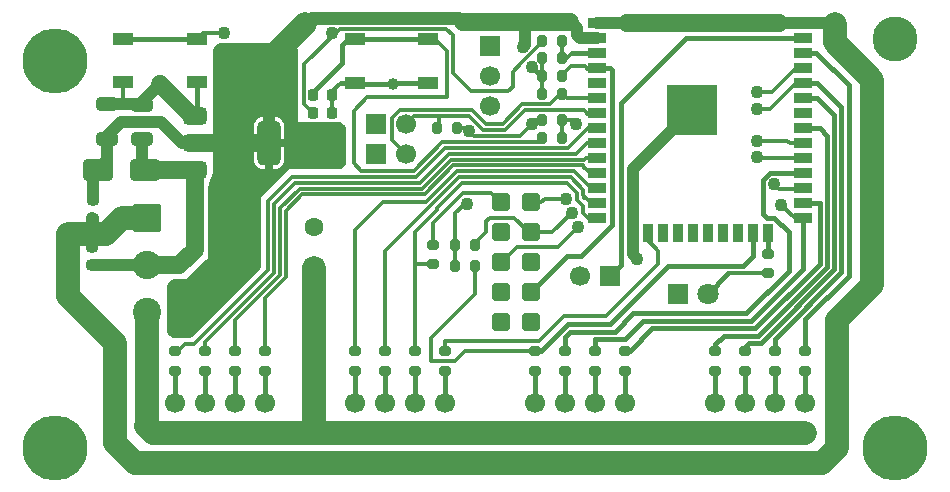
<source format=gtl>
G04 #@! TF.GenerationSoftware,KiCad,Pcbnew,9.0.6*
G04 #@! TF.CreationDate,2026-01-30T17:04:59+01:00*
G04 #@! TF.ProjectId,ESP32_PWM_PCB,45535033-325f-4505-974d-5f5043422e6b,1.0*
G04 #@! TF.SameCoordinates,Original*
G04 #@! TF.FileFunction,Copper,L1,Top*
G04 #@! TF.FilePolarity,Positive*
%FSLAX46Y46*%
G04 Gerber Fmt 4.6, Leading zero omitted, Abs format (unit mm)*
G04 Created by KiCad (PCBNEW 9.0.6) date 2026-01-30 17:04:59*
%MOMM*%
%LPD*%
G01*
G04 APERTURE LIST*
G04 Aperture macros list*
%AMRoundRect*
0 Rectangle with rounded corners*
0 $1 Rounding radius*
0 $2 $3 $4 $5 $6 $7 $8 $9 X,Y pos of 4 corners*
0 Add a 4 corners polygon primitive as box body*
4,1,4,$2,$3,$4,$5,$6,$7,$8,$9,$2,$3,0*
0 Add four circle primitives for the rounded corners*
1,1,$1+$1,$2,$3*
1,1,$1+$1,$4,$5*
1,1,$1+$1,$6,$7*
1,1,$1+$1,$8,$9*
0 Add four rect primitives between the rounded corners*
20,1,$1+$1,$2,$3,$4,$5,0*
20,1,$1+$1,$4,$5,$6,$7,0*
20,1,$1+$1,$6,$7,$8,$9,0*
20,1,$1+$1,$8,$9,$2,$3,0*%
G04 Aperture macros list end*
G04 #@! TA.AperFunction,ComponentPad*
%ADD10R,1.800000X1.800000*%
G04 #@! TD*
G04 #@! TA.AperFunction,ComponentPad*
%ADD11C,1.800000*%
G04 #@! TD*
G04 #@! TA.AperFunction,SMDPad,CuDef*
%ADD12RoundRect,0.200000X0.275000X-0.200000X0.275000X0.200000X-0.275000X0.200000X-0.275000X-0.200000X0*%
G04 #@! TD*
G04 #@! TA.AperFunction,ComponentPad*
%ADD13R,1.700000X1.700000*%
G04 #@! TD*
G04 #@! TA.AperFunction,ComponentPad*
%ADD14C,1.700000*%
G04 #@! TD*
G04 #@! TA.AperFunction,SMDPad,CuDef*
%ADD15RoundRect,0.250000X0.650000X-0.325000X0.650000X0.325000X-0.650000X0.325000X-0.650000X-0.325000X0*%
G04 #@! TD*
G04 #@! TA.AperFunction,ComponentPad*
%ADD16C,2.600000*%
G04 #@! TD*
G04 #@! TA.AperFunction,ConnectorPad*
%ADD17C,3.800000*%
G04 #@! TD*
G04 #@! TA.AperFunction,SMDPad,CuDef*
%ADD18RoundRect,0.200000X-0.275000X0.200000X-0.275000X-0.200000X0.275000X-0.200000X0.275000X0.200000X0*%
G04 #@! TD*
G04 #@! TA.AperFunction,SMDPad,CuDef*
%ADD19RoundRect,0.225000X-0.225000X-0.250000X0.225000X-0.250000X0.225000X0.250000X-0.225000X0.250000X0*%
G04 #@! TD*
G04 #@! TA.AperFunction,SMDPad,CuDef*
%ADD20RoundRect,0.250000X1.000000X0.650000X-1.000000X0.650000X-1.000000X-0.650000X1.000000X-0.650000X0*%
G04 #@! TD*
G04 #@! TA.AperFunction,SMDPad,CuDef*
%ADD21RoundRect,0.200000X0.200000X0.275000X-0.200000X0.275000X-0.200000X-0.275000X0.200000X-0.275000X0*%
G04 #@! TD*
G04 #@! TA.AperFunction,SMDPad,CuDef*
%ADD22RoundRect,0.375000X-0.625000X-0.375000X0.625000X-0.375000X0.625000X0.375000X-0.625000X0.375000X0*%
G04 #@! TD*
G04 #@! TA.AperFunction,SMDPad,CuDef*
%ADD23RoundRect,0.500000X-0.500000X-1.400000X0.500000X-1.400000X0.500000X1.400000X-0.500000X1.400000X0*%
G04 #@! TD*
G04 #@! TA.AperFunction,SMDPad,CuDef*
%ADD24RoundRect,0.200000X-0.200000X-0.275000X0.200000X-0.275000X0.200000X0.275000X-0.200000X0.275000X0*%
G04 #@! TD*
G04 #@! TA.AperFunction,ComponentPad*
%ADD25RoundRect,0.236220X-0.513780X-0.513780X0.513780X-0.513780X0.513780X0.513780X-0.513780X0.513780X0*%
G04 #@! TD*
G04 #@! TA.AperFunction,SMDPad,CuDef*
%ADD26RoundRect,0.225000X0.250000X-0.225000X0.250000X0.225000X-0.250000X0.225000X-0.250000X-0.225000X0*%
G04 #@! TD*
G04 #@! TA.AperFunction,SMDPad,CuDef*
%ADD27R,1.800000X1.100000*%
G04 #@! TD*
G04 #@! TA.AperFunction,ComponentPad*
%ADD28RoundRect,0.250001X-0.949999X0.949999X-0.949999X-0.949999X0.949999X-0.949999X0.949999X0.949999X0*%
G04 #@! TD*
G04 #@! TA.AperFunction,ComponentPad*
%ADD29C,2.400000*%
G04 #@! TD*
G04 #@! TA.AperFunction,ComponentPad*
%ADD30RoundRect,0.250000X0.550000X-0.550000X0.550000X0.550000X-0.550000X0.550000X-0.550000X-0.550000X0*%
G04 #@! TD*
G04 #@! TA.AperFunction,ComponentPad*
%ADD31C,1.600000*%
G04 #@! TD*
G04 #@! TA.AperFunction,ComponentPad*
%ADD32C,3.600000*%
G04 #@! TD*
G04 #@! TA.AperFunction,ConnectorPad*
%ADD33C,5.500000*%
G04 #@! TD*
G04 #@! TA.AperFunction,SMDPad,CuDef*
%ADD34R,1.500000X0.900000*%
G04 #@! TD*
G04 #@! TA.AperFunction,SMDPad,CuDef*
%ADD35R,0.900000X1.500000*%
G04 #@! TD*
G04 #@! TA.AperFunction,SMDPad,CuDef*
%ADD36R,1.050000X1.050000*%
G04 #@! TD*
G04 #@! TA.AperFunction,HeatsinkPad*
%ADD37C,0.600000*%
G04 #@! TD*
G04 #@! TA.AperFunction,HeatsinkPad*
%ADD38R,4.200000X4.200000*%
G04 #@! TD*
G04 #@! TA.AperFunction,SMDPad,CuDef*
%ADD39RoundRect,0.225000X-0.250000X0.225000X-0.250000X-0.225000X0.250000X-0.225000X0.250000X0.225000X0*%
G04 #@! TD*
G04 #@! TA.AperFunction,ViaPad*
%ADD40C,1.000000*%
G04 #@! TD*
G04 #@! TA.AperFunction,ViaPad*
%ADD41C,1.100000*%
G04 #@! TD*
G04 #@! TA.AperFunction,Conductor*
%ADD42C,0.300000*%
G04 #@! TD*
G04 #@! TA.AperFunction,Conductor*
%ADD43C,1.000000*%
G04 #@! TD*
G04 #@! TA.AperFunction,Conductor*
%ADD44C,2.000000*%
G04 #@! TD*
G04 #@! TA.AperFunction,Conductor*
%ADD45C,0.400000*%
G04 #@! TD*
G04 #@! TA.AperFunction,Conductor*
%ADD46C,1.500000*%
G04 #@! TD*
G04 #@! TA.AperFunction,Conductor*
%ADD47C,1.100000*%
G04 #@! TD*
G04 APERTURE END LIST*
D10*
G04 #@! TO.P,D1,1,K*
G04 #@! TO.N,GND*
X164820600Y-109626400D03*
D11*
G04 #@! TO.P,D1,2,A*
G04 #@! TO.N,Net-(D1-A)*
X167360600Y-109626400D03*
G04 #@! TD*
D12*
G04 #@! TO.P,R3,1*
G04 #@! TO.N,Net-(D1-A)*
X172440600Y-107886000D03*
G04 #@! TO.P,R3,2*
G04 #@! TO.N,Net-(U1-IO2)*
X172440600Y-106236000D03*
G04 #@! TD*
D13*
G04 #@! TO.P,J2,1,Pin_1*
G04 #@! TO.N,+5C*
X122275600Y-121412000D03*
D14*
G04 #@! TO.P,J2,2,Pin_2*
G04 #@! TO.N,Net-(J2-Pin_2)*
X122275600Y-118872000D03*
G04 #@! TO.P,J2,3,Pin_3*
G04 #@! TO.N,+5C*
X124815600Y-121412000D03*
G04 #@! TO.P,J2,4,Pin_4*
G04 #@! TO.N,Net-(J2-Pin_4)*
X124815600Y-118872000D03*
G04 #@! TO.P,J2,5,Pin_5*
G04 #@! TO.N,+5C*
X127355600Y-121412000D03*
G04 #@! TO.P,J2,6,Pin_6*
G04 #@! TO.N,Net-(J2-Pin_6)*
X127355600Y-118872000D03*
G04 #@! TO.P,J2,7,Pin_7*
G04 #@! TO.N,+5C*
X129895600Y-121412000D03*
G04 #@! TO.P,J2,8,Pin_8*
G04 #@! TO.N,Net-(J2-Pin_8)*
X129895600Y-118872000D03*
G04 #@! TD*
D15*
G04 #@! TO.P,C4,1*
G04 #@! TO.N,+5V*
X119481600Y-96572600D03*
G04 #@! TO.P,C4,2*
G04 #@! TO.N,GND*
X119481600Y-93622600D03*
G04 #@! TD*
D16*
G04 #@! TO.P,REF\u002A\u002A,1*
G04 #@! TO.N,N/C*
X183210200Y-88036400D03*
D17*
X183210200Y-88036400D03*
G04 #@! TD*
D18*
G04 #@! TO.P,R5,1*
G04 #@! TO.N,Net-(U1-IO32)*
X122275600Y-114489000D03*
G04 #@! TO.P,R5,2*
G04 #@! TO.N,Net-(J2-Pin_2)*
X122275600Y-116139000D03*
G04 #@! TD*
G04 #@! TO.P,R17,1*
G04 #@! TO.N,Net-(U1-IO19)*
X167995600Y-114489000D03*
G04 #@! TO.P,R17,2*
G04 #@! TO.N,Net-(J5-Pin_2)*
X167995600Y-116139000D03*
G04 #@! TD*
D19*
G04 #@! TO.P,C3,1*
G04 #@! TO.N,Net-(C3-Pad1)*
X133972000Y-92837000D03*
G04 #@! TO.P,C3,2*
G04 #@! TO.N,GND*
X135522000Y-92837000D03*
G04 #@! TD*
D20*
G04 #@! TO.P,D2,1,K*
G04 #@! TO.N,+5V*
X119754400Y-99200000D03*
G04 #@! TO.P,D2,2,A*
G04 #@! TO.N,+3.3V*
X115754400Y-99200000D03*
G04 #@! TD*
D21*
G04 #@! TO.P,R1,1*
G04 #@! TO.N,+3.3V*
X146125000Y-95600000D03*
G04 #@! TO.P,R1,2*
G04 #@! TO.N,Net-(JP2-B)*
X144475000Y-95600000D03*
G04 #@! TD*
D13*
G04 #@! TO.P,J9,1,Pin_1*
G04 #@! TO.N,GND*
X167995600Y-123952000D03*
D14*
G04 #@! TO.P,J9,2,Pin_2*
X170535600Y-123952000D03*
G04 #@! TO.P,J9,3,Pin_3*
X173075600Y-123952000D03*
G04 #@! TO.P,J9,4,Pin_4*
X175615600Y-123952000D03*
G04 #@! TD*
D13*
G04 #@! TO.P,J6,1,Pin_1*
G04 #@! TO.N,GND*
X122275600Y-123952000D03*
D14*
G04 #@! TO.P,J6,2,Pin_2*
X124815600Y-123952000D03*
G04 #@! TO.P,J6,3,Pin_3*
X127355600Y-123952000D03*
G04 #@! TO.P,J6,4,Pin_4*
X129895600Y-123952000D03*
G04 #@! TD*
D22*
G04 #@! TO.P,U2,1,GND*
G04 #@! TO.N,GND*
X123925800Y-94575600D03*
G04 #@! TO.P,U2,2,VO*
G04 #@! TO.N,+3.3V*
X123925800Y-96875600D03*
D23*
X130225800Y-96875600D03*
D22*
G04 #@! TO.P,U2,3,VI*
G04 #@! TO.N,+5V*
X123925800Y-99175600D03*
G04 #@! TD*
D13*
G04 #@! TO.P,J8,1,Pin_1*
G04 #@! TO.N,GND*
X152755600Y-123952000D03*
D14*
G04 #@! TO.P,J8,2,Pin_2*
X155295600Y-123952000D03*
G04 #@! TO.P,J8,3,Pin_3*
X157835600Y-123952000D03*
G04 #@! TO.P,J8,4,Pin_4*
X160375600Y-123952000D03*
G04 #@! TD*
D19*
G04 #@! TO.P,C2,1*
G04 #@! TO.N,Net-(C2-Pad1)*
X133972000Y-94335600D03*
G04 #@! TO.P,C2,2*
G04 #@! TO.N,GND*
X135522000Y-94335600D03*
G04 #@! TD*
D13*
G04 #@! TO.P,JP3,1,A*
G04 #@! TO.N,GND*
X139293600Y-97815400D03*
D14*
G04 #@! TO.P,JP3,2,B*
G04 #@! TO.N,Net-(JP3-B)*
X141833600Y-97815400D03*
G04 #@! TD*
D24*
G04 #@! TO.P,R26,1*
G04 #@! TO.N,+3.3V*
X146000000Y-107300000D03*
G04 #@! TO.P,R26,2*
G04 #@! TO.N,Net-(U1-IO15)*
X147650000Y-107300000D03*
G04 #@! TD*
D18*
G04 #@! TO.P,R18,1*
G04 #@! TO.N,Net-(U1-IO21)*
X170535600Y-114489000D03*
G04 #@! TO.P,R18,2*
G04 #@! TO.N,Net-(J5-Pin_4)*
X170535600Y-116139000D03*
G04 #@! TD*
G04 #@! TO.P,R14,1*
G04 #@! TO.N,Net-(U1-IO17)*
X155295600Y-114489000D03*
G04 #@! TO.P,R14,2*
G04 #@! TO.N,Net-(J4-Pin_4)*
X155295600Y-116139000D03*
G04 #@! TD*
D25*
G04 #@! TO.P,J1,1,GND*
G04 #@! TO.N,GND*
X149825902Y-101886400D03*
G04 #@! TO.P,J1,2,SCLK*
G04 #@! TO.N,Net-(J1-SCLK)*
X152365902Y-101886400D03*
G04 #@! TO.P,J1,3,INT*
G04 #@! TO.N,unconnected-(J1-INT-Pad3)*
X149825902Y-104426400D03*
G04 #@! TO.P,J1,4,SCS*
G04 #@! TO.N,Net-(J1-SCS)*
X152365902Y-104426400D03*
G04 #@! TO.P,J1,5,RST*
G04 #@! TO.N,Net-(J1-RST)*
X149825902Y-106966400D03*
G04 #@! TO.P,J1,6,MOSI*
G04 #@! TO.N,Net-(J1-MOSI)*
X152365902Y-106966400D03*
G04 #@! TO.P,J1,7,GND*
G04 #@! TO.N,GND*
X149825902Y-109506400D03*
G04 #@! TO.P,J1,8,MISO*
G04 #@! TO.N,Net-(J1-MISO)*
X152365902Y-109506400D03*
G04 #@! TO.P,J1,9,5V*
G04 #@! TO.N,+5V*
X149825902Y-112046400D03*
G04 #@! TO.P,J1,10,3.3V*
G04 #@! TO.N,unconnected-(J1-3.3V-Pad10)*
X152365902Y-112046400D03*
G04 #@! TD*
D26*
G04 #@! TO.P,C7,1*
G04 #@! TO.N,+5V*
X115214400Y-107201000D03*
G04 #@! TO.P,C7,2*
G04 #@! TO.N,GND*
X115214400Y-105651000D03*
G04 #@! TD*
D27*
G04 #@! TO.P,SW2,1,1*
G04 #@! TO.N,Net-(C3-Pad1)*
X137515600Y-88091400D03*
X143715600Y-88091400D03*
G04 #@! TO.P,SW2,2,2*
G04 #@! TO.N,GND*
X137515600Y-91791400D03*
X143715600Y-91791400D03*
G04 #@! TD*
D18*
G04 #@! TO.P,R13,1*
G04 #@! TO.N,Net-(U1-IO15)*
X152755600Y-114489000D03*
G04 #@! TO.P,R13,2*
G04 #@! TO.N,Net-(J4-Pin_2)*
X152755600Y-116139000D03*
G04 #@! TD*
G04 #@! TO.P,R8,1*
G04 #@! TO.N,Net-(U1-IO26)*
X129895600Y-114489000D03*
G04 #@! TO.P,R8,2*
G04 #@! TO.N,Net-(J2-Pin_8)*
X129895600Y-116139000D03*
G04 #@! TD*
G04 #@! TO.P,R19,1*
G04 #@! TO.N,Net-(J10-Pin_2)*
X173075600Y-114493000D03*
G04 #@! TO.P,R19,2*
G04 #@! TO.N,Net-(J5-Pin_6)*
X173075600Y-116143000D03*
G04 #@! TD*
D15*
G04 #@! TO.P,C5,1*
G04 #@! TO.N,+3.3V*
X116484400Y-96547200D03*
G04 #@! TO.P,C5,2*
G04 #@! TO.N,GND*
X116484400Y-93597200D03*
G04 #@! TD*
D24*
G04 #@! TO.P,R2,1*
G04 #@! TO.N,+3.3V*
X153353000Y-92700000D03*
G04 #@! TO.P,R2,2*
G04 #@! TO.N,Net-(JP3-B)*
X155003000Y-92700000D03*
G04 #@! TD*
D13*
G04 #@! TO.P,J10,1,Pin_1*
G04 #@! TO.N,Net-(J10-Pin_1)*
X148945600Y-88671400D03*
D14*
G04 #@! TO.P,J10,2,Pin_2*
G04 #@! TO.N,Net-(J10-Pin_2)*
X148945600Y-91211400D03*
G04 #@! TO.P,J10,3,Pin_3*
G04 #@! TO.N,GND*
X148945600Y-93751400D03*
G04 #@! TD*
D13*
G04 #@! TO.P,J3,1,Pin_1*
G04 #@! TO.N,+5C*
X137515600Y-121412000D03*
D14*
G04 #@! TO.P,J3,2,Pin_2*
G04 #@! TO.N,Net-(J3-Pin_2)*
X137515600Y-118872000D03*
G04 #@! TO.P,J3,3,Pin_3*
G04 #@! TO.N,+5C*
X140055600Y-121412000D03*
G04 #@! TO.P,J3,4,Pin_4*
G04 #@! TO.N,Net-(J3-Pin_4)*
X140055600Y-118872000D03*
G04 #@! TO.P,J3,5,Pin_5*
G04 #@! TO.N,+5C*
X142595600Y-121412000D03*
G04 #@! TO.P,J3,6,Pin_6*
G04 #@! TO.N,Net-(J3-Pin_6)*
X142595600Y-118872000D03*
G04 #@! TO.P,J3,7,Pin_7*
G04 #@! TO.N,+5C*
X145135600Y-121412000D03*
G04 #@! TO.P,J3,8,Pin_8*
G04 #@! TO.N,Net-(J3-Pin_8)*
X145135600Y-118872000D03*
G04 #@! TD*
D18*
G04 #@! TO.P,R12,1*
G04 #@! TO.N,Net-(U1-IO13)*
X145135600Y-114489000D03*
G04 #@! TO.P,R12,2*
G04 #@! TO.N,Net-(J3-Pin_8)*
X145135600Y-116139000D03*
G04 #@! TD*
G04 #@! TO.P,R16,1*
G04 #@! TO.N,Net-(U1-IO4)*
X160375600Y-114493000D03*
G04 #@! TO.P,R16,2*
G04 #@! TO.N,Net-(J4-Pin_8)*
X160375600Y-116143000D03*
G04 #@! TD*
D28*
G04 #@! TO.P,J11,1,Pin_1*
G04 #@! TO.N,GND*
X119862600Y-103253400D03*
D29*
G04 #@! TO.P,J11,2,Pin_2*
G04 #@! TO.N,+5V*
X119862600Y-107213400D03*
G04 #@! TO.P,J11,3,Pin_3*
G04 #@! TO.N,+5C*
X119862600Y-111173400D03*
G04 #@! TD*
D21*
G04 #@! TO.P,R21,1*
G04 #@! TO.N,Net-(U1-EN)*
X155025000Y-88200000D03*
G04 #@! TO.P,R21,2*
G04 #@! TO.N,Net-(C2-Pad1)*
X153375000Y-88200000D03*
G04 #@! TD*
D30*
G04 #@! TO.P,C1,1*
G04 #@! TO.N,+5C*
X134010400Y-107467400D03*
D31*
G04 #@! TO.P,C1,2*
G04 #@! TO.N,GND*
X134010400Y-103967400D03*
G04 #@! TD*
D21*
G04 #@! TO.P,R27,1*
G04 #@! TO.N,Net-(J1-SCS)*
X147650000Y-105500000D03*
G04 #@! TO.P,R27,2*
G04 #@! TO.N,+3.3V*
X146000000Y-105500000D03*
G04 #@! TD*
D32*
G04 #@! TO.P,REF\u002A\u002A,1*
G04 #@! TO.N,N/C*
X112115600Y-89941400D03*
D33*
X112115600Y-89941400D03*
G04 #@! TD*
D27*
G04 #@! TO.P,SW1,1,1*
G04 #@! TO.N,GND*
X124100000Y-91750000D03*
X117900000Y-91750000D03*
G04 #@! TO.P,SW1,2,2*
G04 #@! TO.N,Net-(C2-Pad1)*
X124100000Y-88050000D03*
X117900000Y-88050000D03*
G04 #@! TD*
D32*
G04 #@! TO.P,REF\u002A\u002A,1*
G04 #@! TO.N,N/C*
X112115600Y-122682000D03*
D33*
X112115600Y-122682000D03*
G04 #@! TD*
D13*
G04 #@! TO.P,J7,1,Pin_1*
G04 #@! TO.N,GND*
X137515600Y-123952000D03*
D14*
G04 #@! TO.P,J7,2,Pin_2*
X140055600Y-123952000D03*
G04 #@! TO.P,J7,3,Pin_3*
X142595600Y-123952000D03*
G04 #@! TO.P,J7,4,Pin_4*
X145135600Y-123952000D03*
G04 #@! TD*
D18*
G04 #@! TO.P,R9,1*
G04 #@! TO.N,Net-(U1-IO27)*
X137515600Y-114489000D03*
G04 #@! TO.P,R9,2*
G04 #@! TO.N,Net-(J3-Pin_2)*
X137515600Y-116139000D03*
G04 #@! TD*
G04 #@! TO.P,R15,1*
G04 #@! TO.N,Net-(U1-IO0)*
X157835600Y-114493000D03*
G04 #@! TO.P,R15,2*
G04 #@! TO.N,Net-(J4-Pin_6)*
X157835600Y-116143000D03*
G04 #@! TD*
D24*
G04 #@! TO.P,R4,1*
G04 #@! TO.N,+3.3V*
X153353000Y-91200000D03*
G04 #@! TO.P,R4,2*
G04 #@! TO.N,Net-(J1-MISO)*
X155003000Y-91200000D03*
G04 #@! TD*
D32*
G04 #@! TO.P,REF\u002A\u002A,1*
G04 #@! TO.N,N/C*
X183235600Y-122682000D03*
D33*
X183235600Y-122682000D03*
G04 #@! TD*
D24*
G04 #@! TO.P,R22,1*
G04 #@! TO.N,+3.3V*
X153375000Y-89700000D03*
G04 #@! TO.P,R22,2*
G04 #@! TO.N,Net-(U1-EN)*
X155025000Y-89700000D03*
G04 #@! TD*
D12*
G04 #@! TO.P,R25,1*
G04 #@! TO.N,Net-(U1-IO12)*
X144100000Y-107150000D03*
G04 #@! TO.P,R25,2*
G04 #@! TO.N,GND*
X144100000Y-105500000D03*
G04 #@! TD*
D18*
G04 #@! TO.P,R20,1*
G04 #@! TO.N,Net-(U1-IO22)*
X175615600Y-114489000D03*
G04 #@! TO.P,R20,2*
G04 #@! TO.N,Net-(J5-Pin_8)*
X175615600Y-116139000D03*
G04 #@! TD*
D21*
G04 #@! TO.P,R24,1*
G04 #@! TO.N,Net-(U1-IO0)*
X154990800Y-96443800D03*
G04 #@! TO.P,R24,2*
G04 #@! TO.N,Net-(C3-Pad1)*
X153340800Y-96443800D03*
G04 #@! TD*
D18*
G04 #@! TO.P,R6,1*
G04 #@! TO.N,Net-(U1-IO33)*
X124815600Y-114491000D03*
G04 #@! TO.P,R6,2*
G04 #@! TO.N,Net-(J2-Pin_4)*
X124815600Y-116141000D03*
G04 #@! TD*
D13*
G04 #@! TO.P,JP1,1,A*
G04 #@! TO.N,Net-(JP1-A)*
X159110600Y-108102400D03*
D14*
G04 #@! TO.P,JP1,2,B*
G04 #@! TO.N,Net-(J1-MOSI)*
X156570600Y-108102400D03*
G04 #@! TD*
D13*
G04 #@! TO.P,J5,1,Pin_1*
G04 #@! TO.N,+5C*
X167995600Y-121412000D03*
D14*
G04 #@! TO.P,J5,2,Pin_2*
G04 #@! TO.N,Net-(J5-Pin_2)*
X167995600Y-118872000D03*
G04 #@! TO.P,J5,3,Pin_3*
G04 #@! TO.N,+5C*
X170535600Y-121412000D03*
G04 #@! TO.P,J5,4,Pin_4*
G04 #@! TO.N,Net-(J5-Pin_4)*
X170535600Y-118872000D03*
G04 #@! TO.P,J5,5,Pin_5*
G04 #@! TO.N,+5C*
X173075600Y-121412000D03*
G04 #@! TO.P,J5,6,Pin_6*
G04 #@! TO.N,Net-(J5-Pin_6)*
X173075600Y-118872000D03*
G04 #@! TO.P,J5,7,Pin_7*
G04 #@! TO.N,+5C*
X175615600Y-121412000D03*
G04 #@! TO.P,J5,8,Pin_8*
G04 #@! TO.N,Net-(J5-Pin_8)*
X175615600Y-118872000D03*
G04 #@! TD*
D34*
G04 #@! TO.P,U1,1,GND*
G04 #@! TO.N,GND*
X157975600Y-86726400D03*
G04 #@! TO.P,U1,2,VDD*
G04 #@! TO.N,+3.3V*
X157975600Y-87996400D03*
G04 #@! TO.P,U1,3,EN*
G04 #@! TO.N,Net-(U1-EN)*
X157975600Y-89266400D03*
G04 #@! TO.P,U1,4,SENSOR_VP*
G04 #@! TO.N,Net-(J1-MISO)*
X157975600Y-90536400D03*
G04 #@! TO.P,U1,5,SENSOR_VN*
G04 #@! TO.N,unconnected-(U1-SENSOR_VN-Pad5)*
X157975600Y-91806400D03*
G04 #@! TO.P,U1,6,IO34*
G04 #@! TO.N,Net-(JP3-B)*
X157975600Y-93076400D03*
G04 #@! TO.P,U1,7,IO35*
G04 #@! TO.N,Net-(JP2-B)*
X157975600Y-94346400D03*
G04 #@! TO.P,U1,8,IO32*
G04 #@! TO.N,Net-(U1-IO32)*
X157975600Y-95616400D03*
G04 #@! TO.P,U1,9,IO33*
G04 #@! TO.N,Net-(U1-IO33)*
X157975600Y-96886400D03*
G04 #@! TO.P,U1,10,IO25*
G04 #@! TO.N,Net-(U1-IO25)*
X157975600Y-98156400D03*
G04 #@! TO.P,U1,11,IO26*
G04 #@! TO.N,Net-(U1-IO26)*
X157975600Y-99426400D03*
G04 #@! TO.P,U1,12,IO27*
G04 #@! TO.N,Net-(U1-IO27)*
X157975600Y-100696400D03*
G04 #@! TO.P,U1,13,IO14*
G04 #@! TO.N,Net-(U1-IO14)*
X157975600Y-101966400D03*
G04 #@! TO.P,U1,14,IO12*
G04 #@! TO.N,Net-(U1-IO12)*
X157975600Y-103236400D03*
D35*
G04 #@! TO.P,U1,15,GND*
G04 #@! TO.N,GND*
X161015600Y-104486400D03*
G04 #@! TO.P,U1,16,IO13*
G04 #@! TO.N,Net-(U1-IO13)*
X162285600Y-104486400D03*
G04 #@! TO.P,U1,17,SHD/SD2*
G04 #@! TO.N,unconnected-(U1-SHD{slash}SD2-Pad17)*
X163555600Y-104486400D03*
G04 #@! TO.P,U1,18,SWP/SD3*
G04 #@! TO.N,unconnected-(U1-SWP{slash}SD3-Pad18)*
X164825600Y-104486400D03*
G04 #@! TO.P,U1,19,SCS/CMD*
G04 #@! TO.N,unconnected-(U1-SCS{slash}CMD-Pad19)*
X166095600Y-104486400D03*
G04 #@! TO.P,U1,20,SCK/CLK*
G04 #@! TO.N,unconnected-(U1-SCK{slash}CLK-Pad20)*
X167365600Y-104486400D03*
G04 #@! TO.P,U1,21,SDO/SD0*
G04 #@! TO.N,unconnected-(U1-SDO{slash}SD0-Pad21)*
X168635600Y-104486400D03*
G04 #@! TO.P,U1,22,SDI/SD1*
G04 #@! TO.N,unconnected-(U1-SDI{slash}SD1-Pad22)*
X169905600Y-104486400D03*
G04 #@! TO.P,U1,23,IO15*
G04 #@! TO.N,Net-(U1-IO15)*
X171175600Y-104486400D03*
G04 #@! TO.P,U1,24,IO2*
G04 #@! TO.N,Net-(U1-IO2)*
X172445600Y-104486400D03*
D34*
G04 #@! TO.P,U1,25,IO0*
G04 #@! TO.N,Net-(U1-IO0)*
X175475600Y-103236400D03*
G04 #@! TO.P,U1,26,IO4*
G04 #@! TO.N,Net-(U1-IO4)*
X175475600Y-101966400D03*
G04 #@! TO.P,U1,27,IO16*
G04 #@! TO.N,Net-(J1-RST)*
X175475600Y-100696400D03*
G04 #@! TO.P,U1,28,IO17*
G04 #@! TO.N,Net-(U1-IO17)*
X175475600Y-99426400D03*
G04 #@! TO.P,U1,29,IO5*
G04 #@! TO.N,Net-(J1-SCS)*
X175475600Y-98156400D03*
G04 #@! TO.P,U1,30,IO18*
G04 #@! TO.N,Net-(J1-SCLK)*
X175475600Y-96886400D03*
G04 #@! TO.P,U1,31,IO19*
G04 #@! TO.N,Net-(U1-IO19)*
X175475600Y-95616400D03*
G04 #@! TO.P,U1,32,NC*
G04 #@! TO.N,unconnected-(U1-NC-Pad32)*
X175475600Y-94346400D03*
G04 #@! TO.P,U1,33,IO21*
G04 #@! TO.N,Net-(U1-IO21)*
X175475600Y-93076400D03*
G04 #@! TO.P,U1,34,RXD0/IO3*
G04 #@! TO.N,Net-(J10-Pin_2)*
X175475600Y-91806400D03*
G04 #@! TO.P,U1,35,TXD0/IO1*
G04 #@! TO.N,Net-(J10-Pin_1)*
X175475600Y-90536400D03*
G04 #@! TO.P,U1,36,IO22*
G04 #@! TO.N,Net-(U1-IO22)*
X175475600Y-89266400D03*
G04 #@! TO.P,U1,37,IO23*
G04 #@! TO.N,Net-(JP1-A)*
X175475600Y-87996400D03*
G04 #@! TO.P,U1,38,GND*
G04 #@! TO.N,GND*
X175475600Y-86726400D03*
D36*
G04 #@! TO.P,U1,39,GND*
X164520600Y-92541400D03*
D37*
X164520600Y-93303900D03*
D36*
X164520600Y-94066400D03*
D37*
X164520600Y-94828900D03*
D36*
X164520600Y-95591400D03*
D37*
X165283100Y-92541400D03*
X165283100Y-94066400D03*
X165283100Y-95591400D03*
D36*
X166045600Y-92541400D03*
D37*
X166045600Y-93303900D03*
D36*
X166045600Y-94066400D03*
D38*
X166045600Y-94066400D03*
D37*
X166045600Y-94828900D03*
D36*
X166045600Y-95591400D03*
D37*
X166808100Y-92541400D03*
X166808100Y-94066400D03*
X166808100Y-95591400D03*
D36*
X167570600Y-92541400D03*
D37*
X167570600Y-93303900D03*
D36*
X167570600Y-94066400D03*
D37*
X167570600Y-94828900D03*
D36*
X167570600Y-95591400D03*
G04 #@! TD*
D18*
G04 #@! TO.P,R10,1*
G04 #@! TO.N,Net-(U1-IO14)*
X140055600Y-114489000D03*
G04 #@! TO.P,R10,2*
G04 #@! TO.N,Net-(J3-Pin_4)*
X140055600Y-116139000D03*
G04 #@! TD*
D24*
G04 #@! TO.P,R23,1*
G04 #@! TO.N,+3.3V*
X153340800Y-94945200D03*
G04 #@! TO.P,R23,2*
G04 #@! TO.N,Net-(U1-IO0)*
X154990800Y-94945200D03*
G04 #@! TD*
D39*
G04 #@! TO.P,C6,1*
G04 #@! TO.N,+3.3V*
X115341400Y-101725000D03*
G04 #@! TO.P,C6,2*
G04 #@! TO.N,GND*
X115341400Y-103275000D03*
G04 #@! TD*
D13*
G04 #@! TO.P,J4,1,Pin_1*
G04 #@! TO.N,+5C*
X152755600Y-121412000D03*
D14*
G04 #@! TO.P,J4,2,Pin_2*
G04 #@! TO.N,Net-(J4-Pin_2)*
X152755600Y-118872000D03*
G04 #@! TO.P,J4,3,Pin_3*
G04 #@! TO.N,+5C*
X155295600Y-121412000D03*
G04 #@! TO.P,J4,4,Pin_4*
G04 #@! TO.N,Net-(J4-Pin_4)*
X155295600Y-118872000D03*
G04 #@! TO.P,J4,5,Pin_5*
G04 #@! TO.N,+5C*
X157835600Y-121412000D03*
G04 #@! TO.P,J4,6,Pin_6*
G04 #@! TO.N,Net-(J4-Pin_6)*
X157835600Y-118872000D03*
G04 #@! TO.P,J4,7,Pin_7*
G04 #@! TO.N,+5C*
X160375600Y-121412000D03*
G04 #@! TO.P,J4,8,Pin_8*
G04 #@! TO.N,Net-(J4-Pin_8)*
X160375600Y-118872000D03*
G04 #@! TD*
D18*
G04 #@! TO.P,R11,1*
G04 #@! TO.N,Net-(U1-IO12)*
X142595600Y-114489000D03*
G04 #@! TO.P,R11,2*
G04 #@! TO.N,Net-(J3-Pin_6)*
X142595600Y-116139000D03*
G04 #@! TD*
G04 #@! TO.P,R7,1*
G04 #@! TO.N,Net-(U1-IO25)*
X127355600Y-114489000D03*
G04 #@! TO.P,R7,2*
G04 #@! TO.N,Net-(J2-Pin_6)*
X127355600Y-116139000D03*
G04 #@! TD*
D13*
G04 #@! TO.P,JP2,1,A*
G04 #@! TO.N,GND*
X139293600Y-95275400D03*
D14*
G04 #@! TO.P,JP2,2,B*
G04 #@! TO.N,Net-(JP2-B)*
X141833600Y-95275400D03*
G04 #@! TD*
D40*
G04 #@! TO.N,GND*
X140690600Y-91846400D03*
D41*
X161400000Y-106700000D03*
X160426400Y-86817200D03*
X121005600Y-91846400D03*
X178155600Y-86766400D03*
G04 #@! TO.N,+3.3V*
X147000000Y-102000000D03*
X152501600Y-90449400D03*
X147192689Y-95874000D03*
X152501600Y-95250000D03*
X151695559Y-88712650D03*
G04 #@! TO.N,Net-(J1-RST)*
X156415014Y-103974419D03*
X173009600Y-100376400D03*
G04 #@! TO.N,Net-(J1-SCLK)*
X155370438Y-101596071D03*
X171527600Y-96672400D03*
G04 #@! TO.N,Net-(J1-SCS)*
X155841863Y-102807584D03*
X171500000Y-98100000D03*
G04 #@! TO.N,Net-(J10-Pin_2)*
X171500000Y-94000000D03*
G04 #@! TO.N,Net-(J10-Pin_1)*
X171500000Y-92600000D03*
G04 #@! TO.N,Net-(U1-IO0)*
X156235400Y-95275400D03*
X173600000Y-102100000D03*
G04 #@! TO.N,Net-(C2-Pad1)*
X135600000Y-87589400D03*
X126400000Y-87600000D03*
G04 #@! TD*
D42*
G04 #@! TO.N,GND*
X117905600Y-93591600D02*
X117900000Y-93597200D01*
D43*
X119481600Y-93370400D02*
X121005600Y-91846400D01*
D44*
X129895600Y-123952000D02*
X137515600Y-123952000D01*
X170535600Y-123952000D02*
X173075600Y-123952000D01*
X140055600Y-123952000D02*
X142595600Y-123952000D01*
D45*
X136300600Y-91791400D02*
X137515600Y-91791400D01*
D43*
X115275800Y-103253400D02*
X115214400Y-103314800D01*
D44*
X178300000Y-122700000D02*
X178300000Y-111900000D01*
D43*
X161015600Y-106315600D02*
X161400000Y-106700000D01*
X161015600Y-104486400D02*
X161015600Y-106315600D01*
D42*
X144100000Y-103625793D02*
X146626793Y-101099000D01*
D44*
X175615600Y-123952000D02*
X177048000Y-123952000D01*
X178155600Y-88355600D02*
X178155600Y-86766400D01*
X137515600Y-123952000D02*
X140055600Y-123952000D01*
X113200000Y-104600000D02*
X113200000Y-109800000D01*
X117746600Y-103253400D02*
X116400000Y-104600000D01*
X118852000Y-123952000D02*
X122275600Y-123952000D01*
X113200000Y-109800000D02*
X117200000Y-113800000D01*
D43*
X157975600Y-86726400D02*
X160335600Y-86726400D01*
X115214400Y-103314800D02*
X115214400Y-105651000D01*
D44*
X152755600Y-123952000D02*
X155295600Y-123952000D01*
D45*
X143715600Y-91791400D02*
X140745600Y-91791400D01*
D43*
X116484400Y-93597200D02*
X117900000Y-93597200D01*
D42*
X144100000Y-105500000D02*
X144100000Y-103625793D01*
D43*
X175475600Y-86726400D02*
X178115600Y-86726400D01*
D46*
X160543600Y-86700000D02*
X173400000Y-86700000D01*
X123734800Y-94575600D02*
X121005600Y-91846400D01*
D43*
X173400000Y-86700000D02*
X173426400Y-86726400D01*
D42*
X146626793Y-101099000D02*
X149038502Y-101099000D01*
D45*
X178115600Y-86726400D02*
X178155600Y-86766400D01*
D44*
X181300000Y-91500000D02*
X178155600Y-88355600D01*
D45*
X140690600Y-91846400D02*
X137570600Y-91846400D01*
D44*
X116400000Y-104600000D02*
X113200000Y-104600000D01*
X122275600Y-123952000D02*
X124815600Y-123952000D01*
X119862600Y-103253400D02*
X117746600Y-103253400D01*
D43*
X117900000Y-93597200D02*
X119456200Y-93597200D01*
D44*
X127355600Y-123952000D02*
X129895600Y-123952000D01*
D43*
X160335600Y-86726400D02*
X160426400Y-86817200D01*
X173426400Y-86726400D02*
X175475600Y-86726400D01*
D44*
X117200000Y-122300000D02*
X118852000Y-123952000D01*
X124815600Y-123952000D02*
X127355600Y-123952000D01*
D42*
X117905600Y-91755600D02*
X117905600Y-93591600D01*
D45*
X140745600Y-91791400D02*
X140690600Y-91846400D01*
X160335600Y-86726400D02*
X160375600Y-86766400D01*
D44*
X181300000Y-108900000D02*
X181300000Y-91500000D01*
D43*
X161015600Y-104486400D02*
X161015600Y-99096400D01*
D44*
X155295600Y-123952000D02*
X157835600Y-123952000D01*
D43*
X161015600Y-99096400D02*
X166045600Y-94066400D01*
D44*
X145135600Y-123952000D02*
X152755600Y-123952000D01*
D42*
X136300600Y-91791400D02*
X135430600Y-92661400D01*
D44*
X142595600Y-123952000D02*
X145135600Y-123952000D01*
D43*
X119481600Y-93622600D02*
X119481600Y-93370400D01*
D44*
X177048000Y-123952000D02*
X178300000Y-122700000D01*
D45*
X124105600Y-91755600D02*
X124105600Y-94395800D01*
D42*
X149038502Y-101099000D02*
X149825902Y-101886400D01*
D44*
X117200000Y-113800000D02*
X117200000Y-122300000D01*
X157835600Y-123952000D02*
X160375600Y-123952000D01*
D42*
X135522000Y-92837000D02*
X135522000Y-94335600D01*
D44*
X178300000Y-111900000D02*
X181300000Y-108900000D01*
X160375600Y-123952000D02*
X167995600Y-123952000D01*
X173075600Y-123952000D02*
X175615600Y-123952000D01*
X167995600Y-123952000D02*
X170535600Y-123952000D01*
G04 #@! TO.N,+5C*
X119800000Y-120800000D02*
X119862600Y-120737400D01*
X160375600Y-121412000D02*
X167995600Y-121412000D01*
X157835600Y-121412000D02*
X160375600Y-121412000D01*
X120412000Y-121412000D02*
X119800000Y-120800000D01*
X134112000Y-121412000D02*
X129895600Y-121412000D01*
X134010400Y-121289600D02*
X134000000Y-121300000D01*
X170535600Y-121412000D02*
X173075600Y-121412000D01*
X155295600Y-121412000D02*
X157835600Y-121412000D01*
X122275600Y-121412000D02*
X120412000Y-121412000D01*
X167995600Y-121412000D02*
X170535600Y-121412000D01*
X142595600Y-121412000D02*
X145135600Y-121412000D01*
X152755600Y-121412000D02*
X155295600Y-121412000D01*
X124815600Y-121412000D02*
X122275600Y-121412000D01*
X173075600Y-121412000D02*
X175615600Y-121412000D01*
X145135600Y-121412000D02*
X152755600Y-121412000D01*
X134000000Y-121300000D02*
X134112000Y-121412000D01*
X134010400Y-107467400D02*
X134010400Y-121289600D01*
X137515600Y-121412000D02*
X140055600Y-121412000D01*
X119862600Y-120737400D02*
X119862600Y-111173400D01*
X140055600Y-121412000D02*
X142595600Y-121412000D01*
X129895600Y-121412000D02*
X127355600Y-121412000D01*
X134112000Y-121412000D02*
X137515600Y-121412000D01*
X127355600Y-121412000D02*
X124815600Y-121412000D01*
D42*
G04 #@! TO.N,Net-(D1-A)*
X168985600Y-108001400D02*
X169101000Y-107886000D01*
D45*
X168985600Y-108001400D02*
X167360600Y-109626400D01*
D42*
X169101000Y-107886000D02*
X172440600Y-107886000D01*
D43*
G04 #@! TO.N,+5V*
X116522200Y-107213400D02*
X116509800Y-107201000D01*
X119862600Y-107213400D02*
X116522200Y-107213400D01*
X116509800Y-107201000D02*
X115214400Y-107201000D01*
D46*
X123925800Y-99175600D02*
X119870000Y-99175600D01*
X119862600Y-107213400D02*
X122631200Y-107213400D01*
X123925800Y-105917200D02*
X123925800Y-99175600D01*
X123926600Y-105918000D02*
X123925800Y-105917200D01*
D43*
X119481600Y-96572600D02*
X119481600Y-98787200D01*
D46*
X122631200Y-107213400D02*
X123926600Y-105918000D01*
D43*
G04 #@! TO.N,+3.3V*
X156525600Y-87996400D02*
X156286200Y-87757000D01*
X157975600Y-87996400D02*
X156525600Y-87996400D01*
D44*
X133300000Y-86800000D02*
X130225800Y-89874200D01*
D46*
X123925800Y-96875600D02*
X130225800Y-96875600D01*
D43*
X122885200Y-96875600D02*
X123925800Y-96875600D01*
D44*
X130225800Y-89874200D02*
X130225800Y-93218000D01*
D47*
X146314400Y-86289400D02*
X133810600Y-86289400D01*
D43*
X156286200Y-87757000D02*
X156286200Y-87161200D01*
X151695559Y-88712650D02*
X151866600Y-88541609D01*
X130225800Y-96875600D02*
X130225800Y-93218000D01*
D42*
X152501600Y-95250000D02*
X152806400Y-94945200D01*
X147000000Y-102000000D02*
X146800000Y-102000000D01*
D47*
X146625000Y-86600000D02*
X146314400Y-86289400D01*
D42*
X153353000Y-92700000D02*
X153353000Y-91200000D01*
D43*
X121109600Y-95100000D02*
X122885200Y-96875600D01*
D42*
X146924289Y-95605600D02*
X146130600Y-95605600D01*
D43*
X116484400Y-96316800D02*
X117701200Y-95100000D01*
D42*
X147591689Y-96273000D02*
X147192689Y-95874000D01*
D43*
X151866600Y-88541609D02*
X151866600Y-87020400D01*
D47*
X133810600Y-86289400D02*
X133300000Y-86800000D01*
D42*
X147192689Y-95874000D02*
X146924289Y-95605600D01*
D43*
X116484400Y-96547200D02*
X116484400Y-98330000D01*
X115341400Y-101725000D02*
X115341400Y-99473000D01*
D42*
X153353000Y-91200000D02*
X153353000Y-89722000D01*
X151478600Y-96273000D02*
X147591689Y-96273000D01*
D43*
X156286200Y-87161200D02*
X155725000Y-86600000D01*
D42*
X146000000Y-102800000D02*
X146000000Y-105500000D01*
X152806400Y-94945200D02*
X153340800Y-94945200D01*
X146000000Y-107300000D02*
X146000000Y-105500000D01*
X152501600Y-95250000D02*
X151478600Y-96273000D01*
D43*
X117701200Y-95100000D02*
X121109600Y-95100000D01*
D45*
X153152200Y-91100000D02*
X152501600Y-90449400D01*
D43*
X116484400Y-98330000D02*
X115754400Y-99060000D01*
D46*
X155725000Y-86600000D02*
X146625000Y-86600000D01*
D43*
X116484400Y-96547200D02*
X116484400Y-96316800D01*
D42*
X146800000Y-102000000D02*
X146000000Y-102800000D01*
G04 #@! TO.N,Net-(J1-RST)*
X156415014Y-103974419D02*
X154700033Y-105689400D01*
X173009600Y-100376400D02*
X173369600Y-100736400D01*
X151231600Y-105689400D02*
X149954600Y-106966400D01*
X154700033Y-105689400D02*
X151231600Y-105689400D01*
X173369600Y-100736400D02*
X175435600Y-100736400D01*
G04 #@! TO.N,Net-(J1-SCLK)*
X155370438Y-101596071D02*
X155366509Y-101600000D01*
X171527600Y-96672400D02*
X174091600Y-96672400D01*
X153557000Y-101600000D02*
X153270600Y-101886400D01*
X155366509Y-101600000D02*
X153557000Y-101600000D01*
X174305600Y-96886400D02*
X175475600Y-96886400D01*
X153270600Y-101886400D02*
X152365902Y-101886400D01*
X174091600Y-96672400D02*
X174305600Y-96886400D01*
G04 #@! TO.N,Net-(J1-SCS)*
X171500000Y-98100000D02*
X171556400Y-98156400D01*
X151000000Y-103200000D02*
X152226400Y-104426400D01*
X171556400Y-98156400D02*
X175475600Y-98156400D01*
X148900000Y-103200000D02*
X151000000Y-103200000D01*
X155841863Y-102807584D02*
X154223047Y-104426400D01*
X147650000Y-105350000D02*
X148600000Y-104400000D01*
X148600000Y-103500000D02*
X148900000Y-103200000D01*
X154223047Y-104426400D02*
X152365902Y-104426400D01*
X148600000Y-104400000D02*
X148600000Y-103500000D01*
D45*
G04 #@! TO.N,Net-(J2-Pin_6)*
X127355600Y-116139000D02*
X127355600Y-118872000D01*
G04 #@! TO.N,Net-(J2-Pin_2)*
X122275600Y-116139000D02*
X122275600Y-118872000D01*
G04 #@! TO.N,Net-(J2-Pin_8)*
X129895600Y-116139000D02*
X129895600Y-118872000D01*
G04 #@! TO.N,Net-(J2-Pin_4)*
X124815600Y-116141000D02*
X124815600Y-118872000D01*
G04 #@! TO.N,Net-(J3-Pin_4)*
X140055600Y-116139000D02*
X140055600Y-118872000D01*
G04 #@! TO.N,Net-(J3-Pin_8)*
X145135600Y-116139000D02*
X145135600Y-118872000D01*
G04 #@! TO.N,Net-(J3-Pin_6)*
X142595600Y-116139000D02*
X142595600Y-118872000D01*
G04 #@! TO.N,Net-(J3-Pin_2)*
X137515600Y-116139000D02*
X137515600Y-118872000D01*
G04 #@! TO.N,Net-(J4-Pin_6)*
X157835600Y-116143000D02*
X157835600Y-118872000D01*
G04 #@! TO.N,Net-(J4-Pin_2)*
X152755600Y-116139000D02*
X152755600Y-118872000D01*
G04 #@! TO.N,Net-(J4-Pin_4)*
X155295600Y-116139000D02*
X155295600Y-118872000D01*
G04 #@! TO.N,Net-(J4-Pin_8)*
X160375600Y-116143000D02*
X160375600Y-118872000D01*
G04 #@! TO.N,Net-(J5-Pin_4)*
X170535600Y-116139000D02*
X170535600Y-118872000D01*
G04 #@! TO.N,Net-(J5-Pin_6)*
X173075600Y-116143000D02*
X173075600Y-118872000D01*
G04 #@! TO.N,Net-(J5-Pin_8)*
X175615600Y-116139000D02*
X175615600Y-118872000D01*
G04 #@! TO.N,Net-(J5-Pin_2)*
X167995600Y-116139000D02*
X167995600Y-118872000D01*
G04 #@! TO.N,Net-(JP1-A)*
X165495600Y-87996400D02*
X160000000Y-93492000D01*
X175475600Y-87996400D02*
X165495600Y-87996400D01*
X160000000Y-93492000D02*
X160000000Y-107213000D01*
X160000000Y-107213000D02*
X159110600Y-108102400D01*
D42*
G04 #@! TO.N,Net-(JP2-B)*
X156921200Y-94107000D02*
X157160600Y-94346400D01*
X142533600Y-94575400D02*
X144551400Y-94575400D01*
X144640800Y-95434200D02*
X144640800Y-94664800D01*
X150227001Y-95772000D02*
X151892000Y-94107000D01*
X144640800Y-94664800D02*
X144551400Y-94575400D01*
X144551400Y-94575400D02*
X147166880Y-94575400D01*
X147166880Y-94575400D02*
X148363480Y-95772000D01*
X151892000Y-94107000D02*
X156921200Y-94107000D01*
X148363480Y-95772000D02*
X150227001Y-95772000D01*
X141833600Y-95275400D02*
X142533600Y-94575400D01*
D45*
X157160600Y-94346400D02*
X157975600Y-94346400D01*
D42*
G04 #@! TO.N,Net-(JP3-B)*
X141833600Y-97815400D02*
X140632600Y-96614400D01*
X147374400Y-94074400D02*
X148571000Y-95271000D01*
X155479400Y-93076400D02*
X155103000Y-92700000D01*
X153997000Y-93606000D02*
X154903000Y-92700000D01*
X151684480Y-93606000D02*
X153997000Y-93606000D01*
X148571000Y-95271000D02*
X150019480Y-95271000D01*
X140632600Y-96614400D02*
X140632600Y-94777929D01*
X141336129Y-94074400D02*
X147374400Y-94074400D01*
X157975600Y-93076400D02*
X155479400Y-93076400D01*
X140632600Y-94777929D02*
X141336129Y-94074400D01*
X150019480Y-95271000D02*
X151684480Y-93606000D01*
D45*
G04 #@! TO.N,Net-(U1-IO2)*
X172445600Y-106361400D02*
X172445600Y-104486400D01*
G04 #@! TO.N,Net-(J10-Pin_2)*
X178688600Y-93869400D02*
X178688600Y-107833226D01*
D42*
X171500000Y-94000000D02*
X172650000Y-94000000D01*
D45*
X175475600Y-91806400D02*
X176625600Y-91806400D01*
D42*
X172650000Y-94000000D02*
X174843600Y-91806400D01*
D45*
X178688600Y-107833226D02*
X173075600Y-113446226D01*
X176625600Y-91806400D02*
X178688600Y-93869400D01*
X173075600Y-113446226D02*
X173075600Y-114493000D01*
D42*
X174843600Y-91806400D02*
X175475600Y-91806400D01*
G04 #@! TO.N,Net-(J10-Pin_1)*
X171500000Y-92600000D02*
X172777206Y-92600000D01*
X172777206Y-92600000D02*
X174800806Y-90576400D01*
X174800806Y-90576400D02*
X175435600Y-90576400D01*
G04 #@! TO.N,Net-(U1-IO33)*
X130657600Y-102006400D02*
X130657600Y-107848400D01*
X124815600Y-113690400D02*
X124815600Y-114491000D01*
X142976600Y-100228400D02*
X132435600Y-100228400D01*
X145533372Y-97778594D02*
X145533366Y-97778600D01*
X145426400Y-97778600D02*
X142976600Y-100228400D01*
X132435600Y-100228400D02*
X130657600Y-102006400D01*
X145740893Y-97778600D02*
X145533372Y-97778594D01*
X130657600Y-107848400D02*
X124815600Y-113690400D01*
X156221400Y-97778600D02*
X145740893Y-97778600D01*
X157113600Y-96886400D02*
X156221400Y-97778600D01*
X145533366Y-97778600D02*
X145426400Y-97778600D01*
X157975600Y-96886400D02*
X157113600Y-96886400D01*
G04 #@! TO.N,Net-(U1-IO32)*
X145218880Y-97277600D02*
X145325846Y-97277600D01*
X130149600Y-101752400D02*
X132188600Y-99713400D01*
X155579400Y-97277600D02*
X157240600Y-95616400D01*
X145107521Y-97282000D02*
X145214479Y-97282000D01*
X145325846Y-97277600D02*
X145325852Y-97277594D01*
X123125000Y-113900000D02*
X123900000Y-113900000D01*
X130149600Y-107647880D02*
X130149600Y-101752400D01*
X122536000Y-114489000D02*
X123125000Y-113900000D01*
X132188600Y-99713400D02*
X142676121Y-99713400D01*
X145740892Y-97277594D02*
X145740898Y-97277600D01*
X145325852Y-97277594D02*
X145325859Y-97277594D01*
X123900000Y-113900000D02*
X124314600Y-113485400D01*
X145325859Y-97277594D02*
X145325865Y-97277588D01*
X124314600Y-113482879D02*
X130149600Y-107647880D01*
X124314600Y-113485400D02*
X124314600Y-113482879D01*
X145214479Y-97282000D02*
X145218880Y-97277600D01*
X145325865Y-97277588D02*
X145533386Y-97277594D01*
X145740898Y-97277600D02*
X155579400Y-97277600D01*
X157240600Y-95616400D02*
X157975600Y-95616400D01*
X145533386Y-97277594D02*
X145740892Y-97277594D01*
X142676121Y-99713400D02*
X145107521Y-97282000D01*
G04 #@! TO.N,Net-(U1-IO27)*
X137515600Y-104234400D02*
X137515600Y-114489000D01*
X153752022Y-99282400D02*
X148439780Y-99282400D01*
X146260280Y-99284200D02*
X146255879Y-99288600D01*
X156088600Y-99288600D02*
X155752806Y-99288600D01*
X153753823Y-99284200D02*
X153752022Y-99282400D01*
X143472400Y-101872400D02*
X139877600Y-101872400D01*
X157496400Y-100696400D02*
X156088600Y-99288600D01*
X146255879Y-99288600D02*
X146111400Y-99288600D01*
X155748405Y-99284200D02*
X153753823Y-99284200D01*
X146111400Y-99288600D02*
X143500000Y-101900000D01*
X148439780Y-99282400D02*
X148437979Y-99284200D01*
X143500000Y-101900000D02*
X143472400Y-101872400D01*
X139877600Y-101872400D02*
X137515600Y-104234400D01*
X155752806Y-99288600D02*
X155748405Y-99284200D01*
X148437979Y-99284200D02*
X146260280Y-99284200D01*
G04 #@! TO.N,Net-(U1-IO26)*
X156945600Y-98957400D02*
X156874600Y-98957400D01*
X145841434Y-98780606D02*
X143391642Y-101230400D01*
X129895600Y-110027440D02*
X129895600Y-114489000D01*
X157414600Y-99426400D02*
X156945600Y-98957400D01*
X156768800Y-98780600D02*
X146155926Y-98780600D01*
X156874600Y-98886400D02*
X156768800Y-98780600D01*
X145947676Y-98780606D02*
X145841434Y-98780606D01*
X146155913Y-98780606D02*
X146155907Y-98780612D01*
X146155926Y-98780600D02*
X146155920Y-98780606D01*
X146155907Y-98780612D02*
X145947676Y-98780606D01*
X131659600Y-108263440D02*
X129895600Y-110027440D01*
X131659600Y-102623920D02*
X131659600Y-108263440D01*
X156874600Y-98957400D02*
X156874600Y-98886400D01*
X133053120Y-101230400D02*
X131659600Y-102623920D01*
X146155920Y-98780606D02*
X146155913Y-98780606D01*
X143391642Y-101230400D02*
X133053120Y-101230400D01*
G04 #@! TO.N,Net-(U1-IO25)*
X145633920Y-98279600D02*
X145738749Y-98279600D01*
X131158600Y-108055920D02*
X131158600Y-102416400D01*
X157033600Y-98156400D02*
X157975600Y-98156400D01*
X145948406Y-98279600D02*
X156910400Y-98279600D01*
X156910400Y-98279600D02*
X157033600Y-98156400D01*
X145948400Y-98279606D02*
X145948406Y-98279600D01*
X131158600Y-102416400D02*
X132845600Y-100729400D01*
X132845600Y-100729400D02*
X143184121Y-100729400D01*
X127355600Y-114489000D02*
X127355600Y-111858920D01*
X127355600Y-111858920D02*
X131158600Y-108055920D01*
X145738749Y-98279600D02*
X145948400Y-98279606D01*
X143184121Y-100729400D02*
X145633920Y-98279600D01*
D45*
G04 #@! TO.N,Net-(U1-IO17)*
X172615682Y-99425400D02*
X173403518Y-99425400D01*
X173403518Y-99425400D02*
X173404518Y-99426400D01*
X155295600Y-113304342D02*
X155724942Y-112875000D01*
X172058600Y-100770318D02*
X172058600Y-99982482D01*
X159489200Y-112875000D02*
X161064200Y-111300000D01*
X172066682Y-99974400D02*
X172615682Y-99425400D01*
X155295600Y-114489000D02*
X155295600Y-113304342D01*
X174218600Y-104418600D02*
X173000000Y-103200000D01*
X172058600Y-99982482D02*
X172059600Y-99981482D01*
X172059600Y-99981482D02*
X172059600Y-99974400D01*
X155724942Y-112875000D02*
X159489200Y-112875000D01*
X173404518Y-99426400D02*
X175475600Y-99426400D01*
X161064200Y-111300000D02*
X170640000Y-111300000D01*
X172059600Y-100771318D02*
X172058600Y-100770318D01*
X172059600Y-102900000D02*
X172059600Y-100771318D01*
X173000000Y-103200000D02*
X172359600Y-103200000D01*
X172359600Y-103200000D02*
X172059600Y-102900000D01*
X170640000Y-111300000D02*
X174218600Y-107721400D01*
X174218600Y-107721400D02*
X174218600Y-104418600D01*
X172059600Y-99974400D02*
X172066682Y-99974400D01*
G04 #@! TO.N,Net-(U1-IO15)*
X163972000Y-107300000D02*
X159072000Y-112200000D01*
D42*
X146000000Y-115300000D02*
X143900000Y-115300000D01*
X152755600Y-114489000D02*
X146811000Y-114489000D01*
X146811000Y-114489000D02*
X146000000Y-115300000D01*
D45*
X171175600Y-106446400D02*
X170322000Y-107300000D01*
D42*
X143900000Y-113400000D02*
X147650000Y-109650000D01*
D45*
X155550000Y-112200000D02*
X153261000Y-114489000D01*
D42*
X147650000Y-109650000D02*
X147650000Y-107300000D01*
X143900000Y-115300000D02*
X143900000Y-113400000D01*
D45*
X153261000Y-114489000D02*
X152755600Y-114489000D01*
X159072000Y-112200000D02*
X155550000Y-112200000D01*
X171175600Y-104486400D02*
X171175600Y-106446400D01*
X170322000Y-107300000D02*
X163972000Y-107300000D01*
D42*
G04 #@! TO.N,Net-(U1-IO14)*
X146318919Y-99789601D02*
X143707520Y-102401000D01*
X146463400Y-99789600D02*
X146318919Y-99789601D01*
X146467799Y-99785201D02*
X146463400Y-99789600D01*
X155545285Y-99789600D02*
X155540885Y-99785200D01*
X151185500Y-99785200D02*
X151006303Y-99785200D01*
X157044500Y-101497400D02*
X156874600Y-101497400D01*
X156874600Y-101497400D02*
X156874600Y-101327500D01*
X140055600Y-106044400D02*
X140055600Y-114489000D01*
X151004502Y-99783400D02*
X148647300Y-99783400D01*
X151187300Y-99783400D02*
X151185500Y-99785200D01*
X155540885Y-99785200D02*
X153546302Y-99785200D01*
X155789600Y-99789600D02*
X155545285Y-99789600D01*
X143699000Y-102401000D02*
X140055600Y-106044400D01*
X148647300Y-99783400D02*
X148645499Y-99785201D01*
X156819600Y-101272500D02*
X156819600Y-100819600D01*
X156819600Y-100819600D02*
X155789600Y-99789600D01*
X143707520Y-102401000D02*
X143699000Y-102401000D01*
X148645499Y-99785201D02*
X146467799Y-99785201D01*
X157513500Y-101966400D02*
X157044500Y-101497400D01*
X153546302Y-99785200D02*
X153544502Y-99783400D01*
X153544502Y-99783400D02*
X151187300Y-99783400D01*
X151006303Y-99785200D02*
X151004502Y-99783400D01*
X156874600Y-101327500D02*
X156819600Y-101272500D01*
G04 #@! TO.N,Net-(U1-IO13)*
X163200000Y-107100000D02*
X158750000Y-111550000D01*
D45*
X162285600Y-104486400D02*
X162285600Y-105085600D01*
D42*
X158750000Y-111550000D02*
X155225000Y-111550000D01*
X153125000Y-113650000D02*
X145135600Y-113650000D01*
X162285600Y-105085600D02*
X163200000Y-106000000D01*
X155225000Y-111550000D02*
X153125000Y-113650000D01*
X145135600Y-113650000D02*
X145135600Y-114489000D01*
X163200000Y-106000000D02*
X163200000Y-107100000D01*
G04 #@! TO.N,Net-(U1-IO12)*
X148854822Y-100284400D02*
X150796982Y-100284400D01*
X151394821Y-100284400D02*
X153336982Y-100284400D01*
X144100000Y-107150000D02*
X142645600Y-107150000D01*
X142595600Y-114489000D02*
X142595600Y-107200000D01*
X142645600Y-107150000D02*
X142595600Y-107200000D01*
X144457500Y-102557500D02*
X144457500Y-102359540D01*
X142595600Y-107200000D02*
X142595600Y-104419400D01*
X156318600Y-101118600D02*
X156318600Y-101718600D01*
X155333366Y-100286200D02*
X155337766Y-100290600D01*
X150796982Y-100284400D02*
X150798783Y-100286200D01*
X156800000Y-102800000D02*
X157200000Y-103200000D01*
X146526440Y-100290600D02*
X146670924Y-100290599D01*
X155490600Y-100290600D02*
X156318600Y-101118600D01*
X146675323Y-100286200D02*
X148853021Y-100286200D01*
X155337766Y-100290600D02*
X155490600Y-100290600D01*
X153338782Y-100286200D02*
X155333366Y-100286200D01*
X157200000Y-103200000D02*
X157505200Y-103200000D01*
X146670924Y-100290599D02*
X146675323Y-100286200D01*
X148853021Y-100286200D02*
X148854822Y-100284400D01*
X151393021Y-100286200D02*
X151394821Y-100284400D01*
X156800000Y-102200000D02*
X156800000Y-102800000D01*
X156318600Y-101718600D02*
X156800000Y-102200000D01*
X153336982Y-100284400D02*
X153338782Y-100286200D01*
X144457500Y-102359540D02*
X146526440Y-100290600D01*
X142595600Y-104419400D02*
X144457500Y-102557500D01*
X150798783Y-100286200D02*
X151393021Y-100286200D01*
D45*
G04 #@! TO.N,Net-(U1-IO4)*
X176885600Y-102006400D02*
X176845600Y-101966400D01*
X171397000Y-112575000D02*
X176885600Y-107086400D01*
X176845600Y-101966400D02*
X175475600Y-101966400D01*
X176885600Y-107086400D02*
X176885600Y-102006400D01*
X170752000Y-112575000D02*
X171397000Y-112575000D01*
X162674000Y-112576000D02*
X160757000Y-114493000D01*
X162674000Y-112576000D02*
X170751000Y-112576000D01*
X160757000Y-114493000D02*
X160375600Y-114493000D01*
X170751000Y-112576000D02*
X170752000Y-112575000D01*
D42*
G04 #@! TO.N,Net-(U1-IO0)*
X155905200Y-94945200D02*
X154990800Y-94945200D01*
D45*
X160399000Y-113476000D02*
X161900000Y-111975000D01*
D42*
X156235400Y-95275400D02*
X155905200Y-94945200D01*
D45*
X160399000Y-113476000D02*
X157835600Y-113476000D01*
X161900000Y-111975000D02*
X171025000Y-111975000D01*
X157835600Y-113476000D02*
X157835600Y-114493000D01*
D42*
X173600000Y-102100000D02*
X174736400Y-103236400D01*
X154990800Y-94945200D02*
X154990800Y-96443800D01*
D45*
X175475600Y-107524400D02*
X175475600Y-103236400D01*
D42*
X174736400Y-103236400D02*
X175475600Y-103236400D01*
D45*
X171025000Y-111975000D02*
X175475600Y-107524400D01*
D42*
G04 #@! TO.N,Net-(U1-EN)*
X155025000Y-88566400D02*
X155025000Y-89700000D01*
X154975600Y-88517000D02*
X155025000Y-88566400D01*
D45*
X155879400Y-89266400D02*
X157975600Y-89266400D01*
D42*
X155879400Y-89266400D02*
X155445800Y-89700000D01*
X155445800Y-89700000D02*
X155025000Y-89700000D01*
D45*
G04 #@! TO.N,Net-(J1-MISO)*
X159300000Y-90710800D02*
X159125600Y-90536400D01*
X157160600Y-90536400D02*
X157975600Y-90536400D01*
D42*
X157160600Y-90536400D02*
X156972000Y-90347800D01*
D45*
X159125600Y-90536400D02*
X157975600Y-90536400D01*
X155420902Y-106451400D02*
X156648600Y-106451400D01*
X159300000Y-103800000D02*
X159300000Y-90710800D01*
D42*
X156972000Y-90347800D02*
X155755200Y-90347800D01*
D45*
X152365902Y-109506400D02*
X155420902Y-106451400D01*
D42*
X155755200Y-90347800D02*
X155003000Y-91100000D01*
D45*
X156648600Y-106451400D02*
X159300000Y-103800000D01*
D42*
G04 #@! TO.N,Net-(C2-Pad1)*
X135600000Y-87800000D02*
X135600000Y-87589400D01*
D45*
X117900000Y-88050000D02*
X124100000Y-88050000D01*
D42*
X151600600Y-90080400D02*
X150850600Y-90830400D01*
X151600600Y-90076193D02*
X151600600Y-90080400D01*
X152132600Y-89548400D02*
X152128393Y-89548400D01*
X150469600Y-92481400D02*
X147294600Y-92481400D01*
X133171000Y-93571000D02*
X133935600Y-94335600D01*
X126400000Y-87600000D02*
X124597000Y-87600000D01*
X147294600Y-92481400D02*
X145770600Y-90957400D01*
X133171000Y-90229000D02*
X133171000Y-93571000D01*
X153375000Y-88306000D02*
X152132600Y-89548400D01*
X150850600Y-90830400D02*
X150850600Y-92100400D01*
X133171000Y-90229000D02*
X135600000Y-87800000D01*
X152128393Y-89548400D02*
X151600600Y-90076193D01*
X150850600Y-92100400D02*
X150469600Y-92481400D01*
X145770600Y-90957400D02*
X145770600Y-87757000D01*
X124597000Y-87600000D02*
X124147000Y-88050000D01*
X145770600Y-87757000D02*
X145204000Y-87190400D01*
X136209600Y-87190400D02*
X133171000Y-90229000D01*
X145204000Y-87190400D02*
X136209600Y-87190400D01*
G04 #@! TO.N,Net-(C3-Pad1)*
X138531600Y-92989400D02*
X137388600Y-94132400D01*
X142468600Y-99212400D02*
X144907000Y-96774000D01*
X153010600Y-96774000D02*
X153340800Y-96443800D01*
X137388600Y-94132400D02*
X137388600Y-98577400D01*
D45*
X137515600Y-88091400D02*
X143715600Y-88091400D01*
D42*
X144907000Y-96774000D02*
X153010600Y-96774000D01*
D45*
X136414600Y-90085400D02*
X136414600Y-88558142D01*
D42*
X137388600Y-98577400D02*
X138023600Y-99212400D01*
X138023600Y-99212400D02*
X142468600Y-99212400D01*
X145262600Y-89074854D02*
X145262600Y-92989400D01*
D45*
X133908800Y-92591200D02*
X136414600Y-90085400D01*
X136414600Y-88558142D02*
X136881342Y-88091400D01*
D42*
X145262600Y-92989400D02*
X138531600Y-92989400D01*
X144279146Y-88091400D02*
X145262600Y-89074854D01*
D45*
G04 #@! TO.N,Net-(U1-IO19)*
X170999942Y-113177000D02*
X171000942Y-113176000D01*
X167995600Y-114489000D02*
X167995600Y-113904400D01*
X171000942Y-113176000D02*
X171645942Y-113176000D01*
X177486600Y-107335342D02*
X177486600Y-96257400D01*
X176845600Y-95616400D02*
X175475600Y-95616400D01*
X168723000Y-113177000D02*
X170999942Y-113177000D01*
X171645942Y-113176000D02*
X177486600Y-107335342D01*
X167995600Y-113904400D02*
X168723000Y-113177000D01*
X177486600Y-96257400D02*
X176845600Y-95616400D01*
G04 #@! TO.N,Net-(U1-IO21)*
X178087600Y-107584284D02*
X171894884Y-113777000D01*
X178087600Y-94538400D02*
X178087600Y-107584284D01*
X176625600Y-93076400D02*
X178087600Y-94538400D01*
X171894884Y-113777000D02*
X170898000Y-113777000D01*
X170898000Y-113777000D02*
X170535600Y-114139400D01*
X170535600Y-114139400D02*
X170535600Y-114489000D01*
X175475600Y-93076400D02*
X176625600Y-93076400D01*
G04 #@! TO.N,Net-(U1-IO22)*
X175615600Y-111809400D02*
X175615600Y-114489000D01*
X176566400Y-89266400D02*
X179289600Y-91989600D01*
X175475600Y-89266400D02*
X176566400Y-89266400D01*
X179289600Y-108135400D02*
X175615600Y-111809400D01*
X179289600Y-91989600D02*
X179289600Y-108135400D01*
G04 #@! TD*
G04 #@! TA.AperFunction,Conductor*
G04 #@! TO.N,+3.3V*
G36*
X131969294Y-88383805D02*
G01*
X132104522Y-88398708D01*
X132131641Y-88404833D01*
X132253524Y-88447200D01*
X132278591Y-88459214D01*
X132387964Y-88527680D01*
X132409730Y-88544985D01*
X132501081Y-88636097D01*
X132518447Y-88657823D01*
X132587193Y-88767005D01*
X132599279Y-88792054D01*
X132641960Y-88913808D01*
X132648160Y-88940922D01*
X132663418Y-89076110D01*
X132664200Y-89090017D01*
X132664200Y-95122999D01*
X132664200Y-95123000D01*
X134721600Y-95110300D01*
X135215611Y-95107250D01*
X135231145Y-95108132D01*
X135255856Y-95111100D01*
X135788142Y-95111100D01*
X135788144Y-95111100D01*
X135845990Y-95104153D01*
X135859964Y-95103273D01*
X136067692Y-95101991D01*
X136081631Y-95102691D01*
X136110944Y-95105823D01*
X136217203Y-95117179D01*
X136244412Y-95123238D01*
X136366672Y-95165354D01*
X136391841Y-95177338D01*
X136501606Y-95245702D01*
X136523457Y-95263002D01*
X136615180Y-95354161D01*
X136632614Y-95375904D01*
X136701653Y-95485244D01*
X136713792Y-95510338D01*
X136756661Y-95632333D01*
X136762888Y-95659504D01*
X136778214Y-95794985D01*
X136779000Y-95808923D01*
X136779000Y-98400158D01*
X136778215Y-98414088D01*
X136762907Y-98549487D01*
X136756688Y-98576641D01*
X136713871Y-98698571D01*
X136701745Y-98723655D01*
X136632783Y-98832954D01*
X136615366Y-98854695D01*
X136523749Y-98945836D01*
X136501917Y-98963141D01*
X136392266Y-99031529D01*
X136367121Y-99043523D01*
X136244966Y-99085707D01*
X136217777Y-99091785D01*
X136082298Y-99106386D01*
X136068365Y-99107098D01*
X132198432Y-99086942D01*
X132198280Y-99086942D01*
X131902200Y-99085400D01*
X131677792Y-99314633D01*
X131677791Y-99314634D01*
X129540000Y-101498400D01*
X129540000Y-107176389D01*
X129538936Y-107192600D01*
X129518209Y-107349780D01*
X129509804Y-107381094D01*
X129452189Y-107519940D01*
X129435954Y-107548005D01*
X129339312Y-107673677D01*
X129328586Y-107685879D01*
X127910886Y-109100000D01*
X123810662Y-113189869D01*
X123798475Y-113200532D01*
X123672998Y-113296604D01*
X123644995Y-113312740D01*
X123506520Y-113369995D01*
X123475300Y-113378346D01*
X123318611Y-113398942D01*
X123302451Y-113400000D01*
X122306960Y-113400000D01*
X122293077Y-113399220D01*
X122158119Y-113384014D01*
X122131047Y-113377835D01*
X122009470Y-113335293D01*
X121984453Y-113323246D01*
X121875385Y-113254714D01*
X121853676Y-113237401D01*
X121762598Y-113146323D01*
X121745285Y-113124614D01*
X121676753Y-113015546D01*
X121664708Y-112990533D01*
X121622163Y-112868948D01*
X121615986Y-112841885D01*
X121600780Y-112706922D01*
X121600000Y-112693039D01*
X121600000Y-109106960D01*
X121600780Y-109093077D01*
X121615986Y-108958112D01*
X121622162Y-108931053D01*
X121664709Y-108809463D01*
X121676749Y-108784459D01*
X121745289Y-108675379D01*
X121762594Y-108653680D01*
X121853680Y-108562594D01*
X121875379Y-108545289D01*
X121984459Y-108476749D01*
X122009463Y-108464709D01*
X122131053Y-108422162D01*
X122158112Y-108415986D01*
X122293077Y-108400779D01*
X122306960Y-108400000D01*
X123199999Y-108400000D01*
X123200000Y-108400000D01*
X123392627Y-108217509D01*
X123392630Y-108217508D01*
X123402489Y-108208167D01*
X123402491Y-108208167D01*
X124881421Y-106807075D01*
X124881421Y-106807074D01*
X125100000Y-106600000D01*
X125100000Y-100528733D01*
X125100471Y-100517935D01*
X125109673Y-100412668D01*
X125113420Y-100391399D01*
X125140750Y-100289310D01*
X125143991Y-100279024D01*
X125457855Y-99415898D01*
X125500000Y-99300000D01*
X125500000Y-98320530D01*
X128925800Y-98320530D01*
X128940922Y-98454741D01*
X129000463Y-98624901D01*
X129096377Y-98777548D01*
X129223851Y-98905022D01*
X129376498Y-99000936D01*
X129546658Y-99060477D01*
X129680869Y-99075599D01*
X129680870Y-99075600D01*
X129875800Y-99075600D01*
X130575800Y-99075600D01*
X130770730Y-99075600D01*
X130770730Y-99075599D01*
X130904941Y-99060477D01*
X131075101Y-99000936D01*
X131227748Y-98905022D01*
X131355222Y-98777548D01*
X131451136Y-98624901D01*
X131510677Y-98454741D01*
X131525799Y-98320530D01*
X131525800Y-98320530D01*
X131525800Y-97225600D01*
X130575800Y-97225600D01*
X130575800Y-99075600D01*
X129875800Y-99075600D01*
X129875800Y-97225600D01*
X128925800Y-97225600D01*
X128925800Y-98320530D01*
X125500000Y-98320530D01*
X125500000Y-95430669D01*
X128925800Y-95430669D01*
X128925800Y-96525600D01*
X129875800Y-96525600D01*
X130575800Y-96525600D01*
X131525800Y-96525600D01*
X131525800Y-95430670D01*
X131525799Y-95430669D01*
X131510677Y-95296458D01*
X131451136Y-95126298D01*
X131355222Y-94973651D01*
X131227748Y-94846177D01*
X131075101Y-94750263D01*
X130904941Y-94690722D01*
X130770730Y-94675600D01*
X130575800Y-94675600D01*
X130575800Y-96525600D01*
X129875800Y-96525600D01*
X129875800Y-94675600D01*
X129680870Y-94675600D01*
X129546658Y-94690722D01*
X129376498Y-94750263D01*
X129223851Y-94846177D01*
X129096377Y-94973651D01*
X129000463Y-95126298D01*
X128940922Y-95296458D01*
X128925800Y-95430669D01*
X125500000Y-95430669D01*
X125500000Y-91600000D01*
X125500000Y-89105117D01*
X125500777Y-89091257D01*
X125515933Y-88956514D01*
X125522088Y-88929496D01*
X125564497Y-88808079D01*
X125576501Y-88783106D01*
X125644820Y-88674150D01*
X125662075Y-88652464D01*
X125668541Y-88645981D01*
X125752892Y-88561409D01*
X125774527Y-88544102D01*
X125883308Y-88475494D01*
X125908244Y-88463427D01*
X126029551Y-88420699D01*
X126056555Y-88414472D01*
X126092925Y-88410285D01*
X126145602Y-88417657D01*
X126146091Y-88416048D01*
X126151907Y-88417811D01*
X126151918Y-88417816D01*
X126262943Y-88439900D01*
X126316228Y-88450499D01*
X126316232Y-88450500D01*
X126316233Y-88450500D01*
X126483768Y-88450500D01*
X126483769Y-88450499D01*
X126648082Y-88417816D01*
X126676056Y-88406228D01*
X126723175Y-88396790D01*
X131955395Y-88383060D01*
X131969294Y-88383805D01*
G37*
G04 #@! TD.AperFunction*
G04 #@! TD*
M02*

</source>
